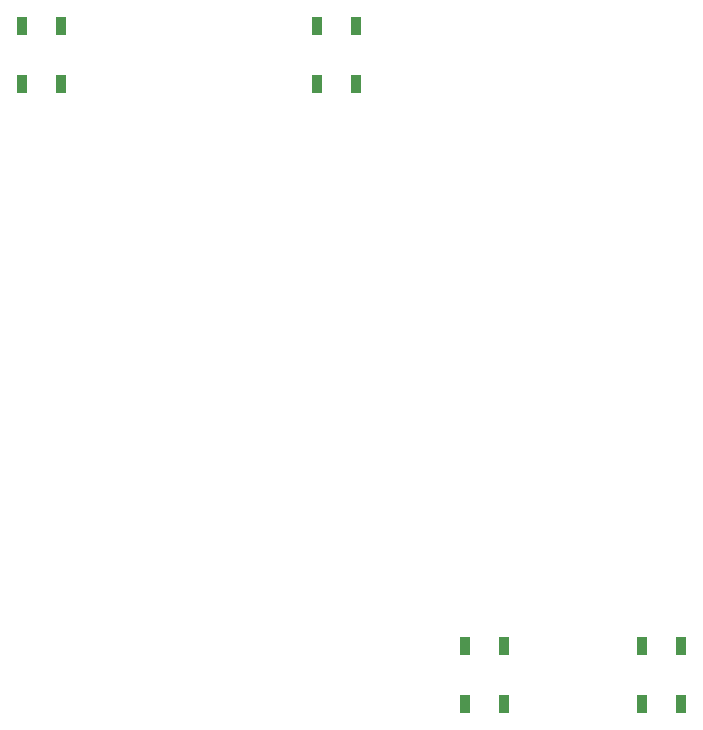
<source format=gbr>
%TF.GenerationSoftware,KiCad,Pcbnew,(6.0.9)*%
%TF.CreationDate,2022-11-21T22:50:26+02:00*%
%TF.ProjectId,Elekit2.0,456c656b-6974-4322-9e30-2e6b69636164,rev?*%
%TF.SameCoordinates,Original*%
%TF.FileFunction,Paste,Bot*%
%TF.FilePolarity,Positive*%
%FSLAX46Y46*%
G04 Gerber Fmt 4.6, Leading zero omitted, Abs format (unit mm)*
G04 Created by KiCad (PCBNEW (6.0.9)) date 2022-11-21 22:50:26*
%MOMM*%
%LPD*%
G01*
G04 APERTURE LIST*
%ADD10R,0.900000X1.500000*%
G04 APERTURE END LIST*
D10*
%TO.C,D12*%
X90850000Y-80050000D03*
X94150000Y-80050000D03*
X94150000Y-84950000D03*
X90850000Y-84950000D03*
%TD*%
%TO.C,D11*%
X75850000Y-80050000D03*
X79150000Y-80050000D03*
X79150000Y-84950000D03*
X75850000Y-84950000D03*
%TD*%
%TO.C,D9*%
X38350000Y-32450000D03*
X41650000Y-32450000D03*
X41650000Y-27550000D03*
X38350000Y-27550000D03*
%TD*%
%TO.C,D10*%
X63350000Y-32450000D03*
X66650000Y-32450000D03*
X66650000Y-27550000D03*
X63350000Y-27550000D03*
%TD*%
M02*

</source>
